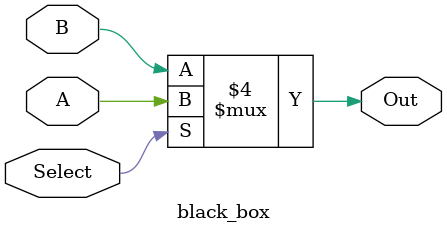
<source format=sv>
module black_box (input A, B, Select, output Out);

always @(A or B or Select) begin 
	if(Select == 1)
		Out = A;
	else
		Out = B;
end 

endmodule 
</source>
